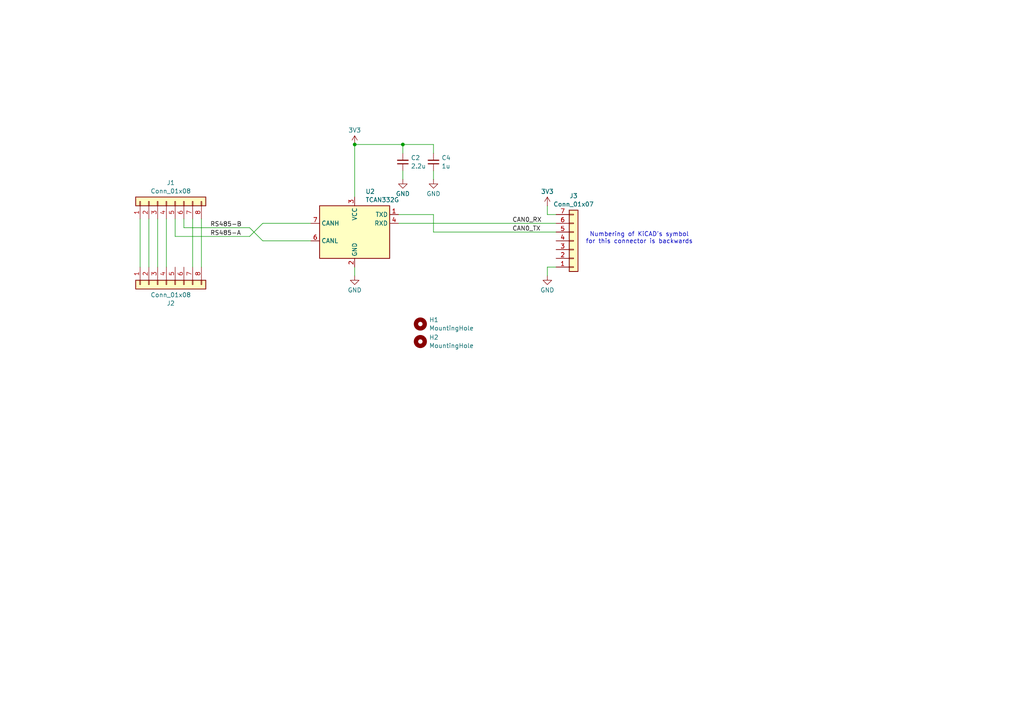
<source format=kicad_sch>
(kicad_sch (version 20250114) (generator "eeschema") (generator_version "9.0")
  (paper "A4")
  (lib_symbols
    (symbol "Connector_Generic:Conn_01x07" (pin_names (offset 1.016) (hide yes))
      (property "Reference" "J" (at 0 10.16 0))
      (property "Value" "Conn_01x07" (at 0 -10.16 0))
      (symbol "Conn_01x07_1_1"
        (rectangle (start -1.27 8.89) (end 1.27 -8.89) (stroke (width 0.254)) (fill (type background)))
        (rectangle (start -1.27 7.747) (end 0 7.493) (stroke (width 0.1524)))
        (rectangle (start -1.27 5.207) (end 0 4.953) (stroke (width 0.1524)))
        (rectangle (start -1.27 2.667) (end 0 2.413) (stroke (width 0.1524)))
        (rectangle (start -1.27 0.127) (end 0 -0.127) (stroke (width 0.1524)))
        (rectangle (start -1.27 -2.413) (end 0 -2.667) (stroke (width 0.1524)))
        (rectangle (start -1.27 -4.953) (end 0 -5.207) (stroke (width 0.1524)))
        (rectangle (start -1.27 -7.493) (end 0 -7.747) (stroke (width 0.1524)))
        (pin passive line (at -5.08 7.62 0) (length 3.81) (name "Pin_1") (number "1"))
        (pin passive line (at -5.08 5.08 0) (length 3.81) (name "Pin_2") (number "2"))
        (pin passive line (at -5.08 2.54 0) (length 3.81) (name "Pin_3") (number "3"))
        (pin passive line (at -5.08 0 0) (length 3.81) (name "Pin_4") (number "4"))
        (pin passive line (at -5.08 -2.54 0) (length 3.81) (name "Pin_5") (number "5"))
        (pin passive line (at -5.08 -5.08 0) (length 3.81) (name "Pin_6") (number "6"))
        (pin passive line (at -5.08 -7.62 0) (length 3.81) (name "Pin_7") (number "7"))
      )
    )
    (symbol "Connector_Generic:Conn_01x08" (pin_names (offset 1.016) (hide yes))
      (property "Reference" "J" (at 0 10.16 0))
      (property "Value" "Conn_01x08" (at 0 -12.7 0))
      (symbol "Conn_01x08_1_1"
        (rectangle (start -1.27 8.89) (end 1.27 -11.43) (stroke (width 0.254)) (fill (type background)))
        (rectangle (start -1.27 7.747) (end 0 7.493) (stroke (width 0.1524)))
        (rectangle (start -1.27 5.207) (end 0 4.953) (stroke (width 0.1524)))
        (rectangle (start -1.27 2.667) (end 0 2.413) (stroke (width 0.1524)))
        (rectangle (start -1.27 0.127) (end 0 -0.127) (stroke (width 0.1524)))
        (rectangle (start -1.27 -2.413) (end 0 -2.667) (stroke (width 0.1524)))
        (rectangle (start -1.27 -4.953) (end 0 -5.207) (stroke (width 0.1524)))
        (rectangle (start -1.27 -7.493) (end 0 -7.747) (stroke (width 0.1524)))
        (rectangle (start -1.27 -10.033) (end 0 -10.287) (stroke (width 0.1524)))
        (pin passive line (at -5.08 7.62 0) (length 3.81) (name "Pin_1") (number "1"))
        (pin passive line (at -5.08 5.08 0) (length 3.81) (name "Pin_2") (number "2"))
        (pin passive line (at -5.08 2.54 0) (length 3.81) (name "Pin_3") (number "3"))
        (pin passive line (at -5.08 0 0) (length 3.81) (name "Pin_4") (number "4"))
        (pin passive line (at -5.08 -2.54 0) (length 3.81) (name "Pin_5") (number "5"))
        (pin passive line (at -5.08 -5.08 0) (length 3.81) (name "Pin_6") (number "6"))
        (pin passive line (at -5.08 -7.62 0) (length 3.81) (name "Pin_7") (number "7"))
        (pin passive line (at -5.08 -10.16 0) (length 3.81) (name "Pin_8") (number "8"))
      )
    )
    (symbol "Device:C_Small" (pin_numbers (hide yes)) (pin_names (offset 0.254) (hide yes))
      (property "Reference" "C" (at 0.254 1.778 0))
      (property "Value" "C_Small" (at 0.254 -2.032 0))
      (symbol "C_Small_0_1"
        (polyline (pts (xy -1.524 0.508) (xy 1.524 0.508)) (stroke (width 0.3048)))
        (polyline (pts (xy -1.524 -0.508) (xy 1.524 -0.508)) (stroke (width 0.3302)))
      )
      (symbol "C_Small_1_1"
        (pin passive line (at 0 2.54 270) (length 2.032) (name "~") (number "1"))
        (pin passive line (at 0 -2.54 90) (length 2.032) (name "~") (number "2"))
      )
    )
    (symbol "Interface_CAN_LIN:TCAN332G"
      (property "Reference" "U" (at -10.16 8.89 0))
      (property "Value" "TCAN332G" (at 2.54 8.89 0))
      (symbol "TCAN332G_0_1"
        (rectangle (start -10.16 7.62) (end 10.16 -7.62) (stroke (width 0.254)) (fill (type background)))
      )
      (symbol "TCAN332G_1_1"
        (pin input line (at -12.7 5.08 0) (length 2.54) (name "TXD") (number "1"))
        (pin tri_state line (at -12.7 2.54 0) (length 2.54) (name "RXD") (number "4"))
        (pin no_connect line (at -10.16 -2.54 0) (length 2.54) (hide yes) (name "NC") (number "5"))
        (pin no_connect line (at -10.16 -5.08 0) (length 2.54) (hide yes) (name "NC") (number "8"))
        (pin power_in line (at 0 10.16 270) (length 2.54) (name "VCC") (number "3"))
        (pin power_in line (at 0 -10.16 90) (length 2.54) (name "GND") (number "2"))
        (pin bidirectional line (at 12.7 2.54 180) (length 2.54) (name "CANH") (number "7"))
        (pin bidirectional line (at 12.7 -2.54 180) (length 2.54) (name "CANL") (number "6"))
      )
    )
    (symbol "Mechanical:MountingHole" (pin_names (offset 1.016)) (in_bom no)
      (property "Reference" "H" (at 0 5.08 0))
      (property "Value" "MountingHole" (at 0 3.175 0))
      (symbol "MountingHole_0_1"
        (circle (center 0 0) (radius 1.27) (stroke (width 1.27)))
      )
    )
    (symbol "power:+3.3V" (power) (pin_numbers (hide yes)) (pin_names (offset 0) (hide yes))
      (property "Value" "+3.3V" (at 0 3.556 0))
      (symbol "+3.3V_0_1"
        (polyline (pts (xy -0.762 1.27) (xy 0 2.54)))
        (polyline (pts (xy 0 2.54) (xy 0.762 1.27)))
        (polyline (pts (xy 0 0) (xy 0 2.54)))
      )
      (symbol "+3.3V_1_1"
        (pin power_in line (at 0 0 90) (length 0) (name "~") (number "1"))
      )
    )
    (symbol "power:GND" (power) (pin_numbers (hide yes)) (pin_names (offset 0) (hide yes))
      (property "Value" "GND" (at 0 -3.81 0))
      (symbol "GND_0_1"
        (polyline (pts (xy 0 0) (xy 0 -1.27) (xy 1.27 -1.27) (xy 0 -2.54) (xy -1.27 -1.27) (xy 0 -1.27)))
      )
      (symbol "GND_1_1"
        (pin power_in line (at 0 0 270) (length 0) (name "~") (number "1"))
      )
    )
  )
  (text "Numbering of KiCAD's symbol\nfor this connector is backwards" (at 185.42 69.088 0) (effects (font (size 1.27 1.27))))
  (junction (at 102.87 41.91))
  (junction (at 116.84 41.91))
  (wire (pts (xy 48.26 77.47) (xy 48.26 63.5)))
  (wire (pts (xy 53.34 66.04) (xy 72.39 66.04)))
  (wire (pts (xy 158.75 77.47) (xy 161.29 77.47)))
  (wire (pts (xy 125.73 67.31) (xy 125.73 62.23)))
  (wire (pts (xy 102.87 41.91) (xy 102.87 57.15)))
  (wire (pts (xy 50.8 68.58) (xy 72.39 68.58)))
  (wire (pts (xy 58.42 77.47) (xy 58.42 63.5)))
  (wire (pts (xy 125.73 41.91) (xy 125.73 44.45)))
  (wire (pts (xy 45.72 77.47) (xy 45.72 63.5)))
  (wire (pts (xy 55.88 77.47) (xy 55.88 63.5)))
  (wire (pts (xy 76.2 64.77) (xy 90.17 64.77)))
  (wire (pts (xy 50.8 63.5) (xy 50.8 68.58)))
  (wire (pts (xy 116.84 41.91) (xy 125.73 41.91)))
  (wire (pts (xy 102.87 41.91) (xy 116.84 41.91)))
  (wire (pts (xy 158.75 62.23) (xy 161.29 62.23)))
  (wire (pts (xy 125.73 62.23) (xy 115.57 62.23)))
  (wire (pts (xy 125.73 49.53) (xy 125.73 52.07)))
  (wire (pts (xy 158.75 80.01) (xy 158.75 77.47)))
  (wire (pts (xy 102.87 77.47) (xy 102.87 80.01)))
  (wire (pts (xy 90.17 69.85) (xy 76.2 69.85)))
  (wire (pts (xy 72.39 66.04) (xy 76.2 69.85)))
  (wire (pts (xy 43.18 77.47) (xy 43.18 63.5)))
  (wire (pts (xy 40.64 77.47) (xy 40.64 63.5)))
  (wire (pts (xy 125.73 67.31) (xy 161.29 67.31)))
  (wire (pts (xy 53.34 63.5) (xy 53.34 66.04)))
  (wire (pts (xy 72.39 68.58) (xy 76.2 64.77)))
  (wire (pts (xy 116.84 49.53) (xy 116.84 52.07)))
  (wire (pts (xy 116.84 41.91) (xy 116.84 44.45)))
  (wire (pts (xy 158.75 59.69) (xy 158.75 62.23)))
  (wire (pts (xy 115.57 64.77) (xy 161.29 64.77)))
  (label "RS485-B" (at 60.96 66.04 0))
  (label "RS485-A" (at 60.96 68.58 0))
  (label "CAN0_RX" (at 148.59 64.77 0))
  (label "CAN0_TX" (at 148.59 67.31 0))
  (symbol (lib_id "Interface_CAN_LIN:TCAN332G") (at 102.87 67.31 0) (mirror y) (unit 1)
    (property "Reference" "U2" (at 105.9881 55.5455 0) (effects (justify right)))
    (property "Value" "TCAN332G" (at 105.9881 57.9698 0) (effects (justify right)))
    (property "Footprint" "Package_SO:SOIC-8_3.9x4.9mm_P1.27mm" (effects (hide yes)))
    (property "Datasheet" "http://www.ti.com/lit/ds/symlink/tcan337.pdf" (effects (hide yes)))
    (property "Description" "High-Speed CAN Transceiver with CAN FD, 5Mbps, 3.3V supply, SOT-23-8/SOIC-8" (effects (hide yes)))
  )
  (symbol (lib_id "power:GND") (at 125.73 52.07 0) (unit 1)
    (property "Reference" "#PWR06" (effects (hide yes)))
    (property "Value" "GND" (at 125.73 56.2031 0))
    (property "Description" "Power symbol creates a global label with name \"GND\" , ground" (effects (hide yes)))
  )
  (symbol (lib_id "power:GND") (at 158.75 80.01 0) (unit 1)
    (property "Reference" "#PWR01" (effects (hide yes)))
    (property "Value" "GND" (at 158.75 84.1431 0))
    (property "Description" "Power symbol creates a global label with name \"GND\" , ground" (effects (hide yes)))
  )
  (symbol (lib_id "Device:C_Small") (at 116.84 46.99 180) (unit 1)
    (property "Reference" "C2" (at 119.1641 45.7714 0) (effects (justify right)))
    (property "Value" "2.2u" (at 119.1641 48.1957 0) (effects (justify right)))
    (property "Footprint" "Capacitor_SMD:C_0603_1608Metric" (effects (hide yes)))
    (property "Description" "Unpolarized capacitor, small symbol" (effects (hide yes)))
  )
  (symbol (lib_id "power:+3.3V") (at 158.75 59.69 0) (unit 1)
    (property "Reference" "#PWR02" (effects (hide yes)))
    (property "Value" "3V3" (at 158.75 55.5569 0))
    (property "Description" "Power symbol creates a global label with name \"+3.3V\"" (effects (hide yes)))
  )
  (symbol (lib_id "Connector_Generic:Conn_01x07") (at 166.37 69.85 0) (mirror x) (unit 1)
    (property "Reference" "J3" (at 166.37 56.8155 0))
    (property "Value" "Conn_01x07" (at 166.37 59.2398 0))
    (property "Footprint" "Connector_JST:JST_GH_BM07B-GHS-TBT_1x07-1MP_P1.25mm_Vertical" (effects (hide yes)))
    (property "Description" "Generic connector, single row, 01x07, script generated (kicad-library-utils/schlib/autogen/connector/)" (effects (hide yes)))
  )
  (symbol (lib_id "Device:C_Small") (at 125.73 46.99 180) (unit 1)
    (property "Reference" "C4" (at 128.0541 45.7714 0) (effects (justify right)))
    (property "Value" "1u" (at 128.0541 48.1957 0) (effects (justify right)))
    (property "Footprint" "Capacitor_SMD:C_0402_1005Metric" (effects (hide yes)))
    (property "Description" "Unpolarized capacitor, small symbol" (effects (hide yes)))
  )
  (symbol (lib_id "power:+3.3V") (at 102.87 41.91 0) (unit 1)
    (property "Reference" "#PWR04" (effects (hide yes)))
    (property "Value" "3V3" (at 102.87 37.7769 0))
    (property "Description" "Power symbol creates a global label with name \"+3.3V\"" (effects (hide yes)))
  )
  (symbol (lib_id "Mechanical:MountingHole") (at 121.92 99.06 0) (unit 1) (in_bom no)
    (property "Reference" "H2" (at 124.46 97.8478 0) (effects (justify left)))
    (property "Value" "MountingHole" (at 124.46 100.2721 0) (effects (justify left)))
    (property "Footprint" "MountingHole:MountingHole_3.2mm_M3_Pad_Via" (effects (hide yes)))
    (property "Description" "Mounting Hole without connection" (effects (hide yes)))
  )
  (symbol (lib_id "Connector_Generic:Conn_01x08") (at 48.26 58.42 90) (unit 1)
    (property "Reference" "J1" (at 49.53 53.0055 90))
    (property "Value" "Conn_01x08" (at 49.53 55.4298 90))
    (property "Footprint" "Connector_JST:JST_PH_B8B-PH-SM4-TB_1x08-1MP_P2.00mm_Vertical" (effects (hide yes)))
    (property "Description" "Generic connector, single row, 01x08, script generated (kicad-library-utils/schlib/autogen/connector/)" (effects (hide yes)))
  )
  (symbol (lib_id "power:GND") (at 102.87 80.01 0) (unit 1)
    (property "Reference" "#PWR03" (effects (hide yes)))
    (property "Value" "GND" (at 102.87 84.1431 0))
    (property "Description" "Power symbol creates a global label with name \"GND\" , ground" (effects (hide yes)))
  )
  (symbol (lib_id "Mechanical:MountingHole") (at 121.92 93.98 0) (unit 1) (in_bom no)
    (property "Reference" "H1" (at 124.46 92.7678 0) (effects (justify left)))
    (property "Value" "MountingHole" (at 124.46 95.1921 0) (effects (justify left)))
    (property "Footprint" "MountingHole:MountingHole_3.2mm_M3_Pad_Via" (effects (hide yes)))
    (property "Description" "Mounting Hole without connection" (effects (hide yes)))
  )
  (symbol (lib_id "power:GND") (at 116.84 52.07 0) (unit 1)
    (property "Reference" "#PWR05" (effects (hide yes)))
    (property "Value" "GND" (at 116.84 56.2031 0))
    (property "Description" "Power symbol creates a global label with name \"GND\" , ground" (effects (hide yes)))
  )
  (symbol (lib_id "Connector_Generic:Conn_01x08") (at 48.26 82.55 90) (mirror x) (unit 1)
    (property "Reference" "J2" (at 49.53 87.9645 90))
    (property "Value" "Conn_01x08" (at 49.53 85.5402 90))
    (property "Footprint" "Connector_JST:JST_PH_B8B-PH-SM4-TB_1x08-1MP_P2.00mm_Vertical" (effects (hide yes)))
    (property "Description" "Generic connector, single row, 01x08, script generated (kicad-library-utils/schlib/autogen/connector/)" (effects (hide yes)))
  )
)
</source>
